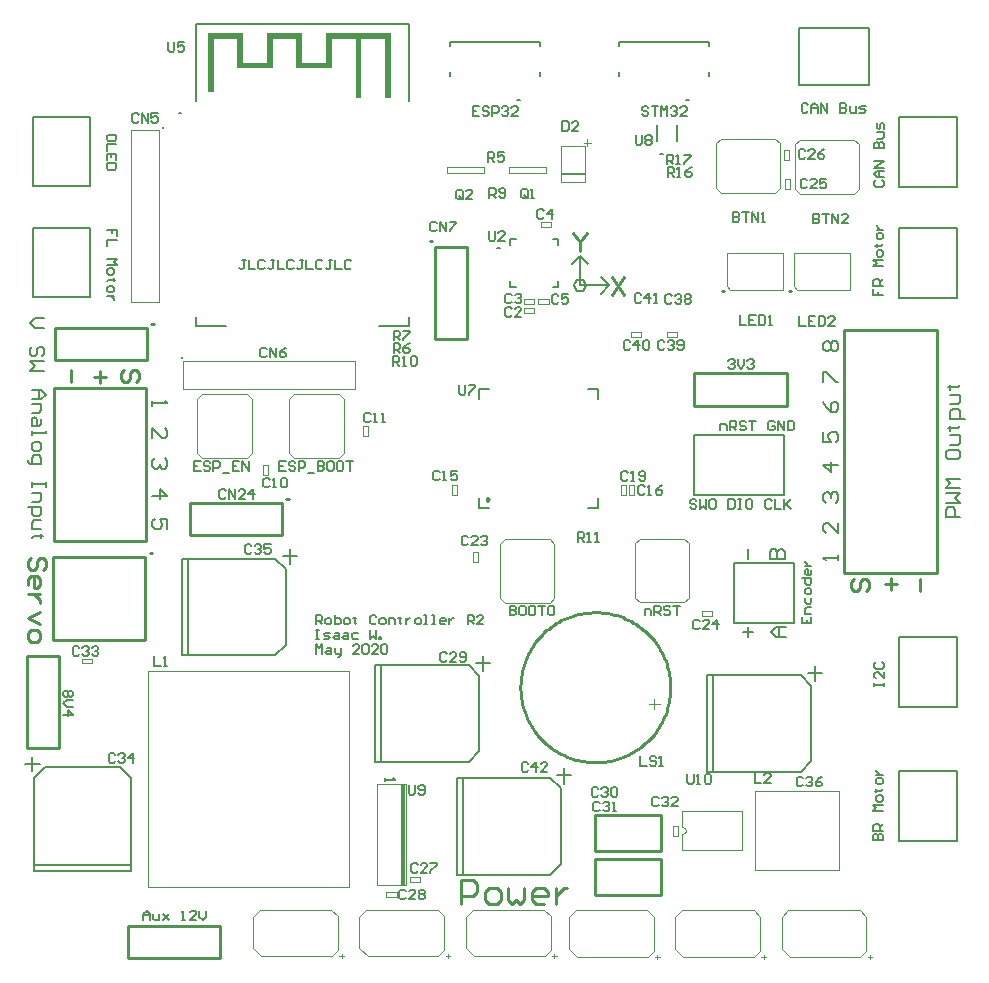
<source format=gto>
G04*
G04 #@! TF.GenerationSoftware,Altium Limited,Altium Designer,20.1.8 (145)*
G04*
G04 Layer_Color=65535*
%FSLAX25Y25*%
%MOIN*%
G70*
G04*
G04 #@! TF.SameCoordinates,80DC2721-EA0D-41AB-A6B1-568E3CCDEEEF*
G04*
G04*
G04 #@! TF.FilePolarity,Positive*
G04*
G01*
G75*
%ADD10C,0.01000*%
%ADD11C,0.01000*%
%ADD12C,0.00787*%
%ADD13C,0.00394*%
%ADD14C,0.00700*%
%ADD15C,0.00197*%
%ADD16C,0.00600*%
%ADD17C,0.00500*%
%ADD18C,0.00800*%
%ADD19C,0.00598*%
%ADD20R,0.01500X0.33661*%
G36*
X191732Y408283D02*
X179881D01*
Y410059D01*
X191732D01*
Y408283D01*
D02*
G37*
G36*
X181890Y398409D02*
Y398319D01*
X170046D01*
Y398435D01*
X169993D01*
Y408090D01*
X172047D01*
Y400216D01*
X179881D01*
Y408090D01*
X181890D01*
Y398409D01*
D02*
G37*
G36*
X172047Y408155D02*
X162205D01*
Y392456D01*
X160150D01*
Y410059D01*
X172047D01*
Y408155D01*
D02*
G37*
G36*
X221260Y408145D02*
Y390491D01*
X219373D01*
Y408145D01*
X211417D01*
Y390496D01*
X209504D01*
Y408145D01*
X201575D01*
Y404365D01*
Y398456D01*
Y398445D01*
X191732D01*
Y398440D01*
X189756D01*
Y398445D01*
X189756D01*
Y400216D01*
X189756D01*
Y408090D01*
X191732D01*
Y400216D01*
X199641D01*
Y404365D01*
X199638D01*
Y410059D01*
X221260D01*
Y408145D01*
D02*
G37*
G36*
X162205Y390474D02*
X160156D01*
Y392342D01*
X162205D01*
Y390474D01*
D02*
G37*
G36*
X221260Y388506D02*
X219366D01*
Y390374D01*
X221260D01*
Y388506D01*
D02*
G37*
G36*
X211417Y388473D02*
X209481D01*
Y390374D01*
X211417D01*
Y388473D01*
D02*
G37*
D10*
X253972Y254654D02*
X253222Y255086D01*
Y254221D01*
X253972Y254654D01*
X141732Y236811D02*
X140945D01*
X141732D01*
X314429Y192028D02*
X314409Y193028D01*
X314349Y194026D01*
X314249Y195022D01*
X314109Y196012D01*
X313930Y196997D01*
X313712Y197973D01*
X313455Y198940D01*
X313159Y199896D01*
X312825Y200839D01*
X312454Y201768D01*
X312046Y202681D01*
X311601Y203577D01*
X311121Y204455D01*
X310607Y205313D01*
X310058Y206150D01*
X309477Y206964D01*
X308863Y207754D01*
X308218Y208519D01*
X307543Y209258D01*
X306839Y209968D01*
X306108Y210651D01*
X305349Y211303D01*
X304565Y211925D01*
X303757Y212514D01*
X302926Y213071D01*
X302073Y213594D01*
X301200Y214083D01*
X300308Y214536D01*
X299399Y214953D01*
X298474Y215334D01*
X297534Y215677D01*
X296582Y215983D01*
X295617Y216250D01*
X294643Y216478D01*
X293661Y216667D01*
X292672Y216816D01*
X291677Y216926D01*
X290679Y216996D01*
X289679Y217026D01*
X288679Y217016D01*
X287680Y216966D01*
X286683Y216876D01*
X285691Y216747D01*
X284705Y216577D01*
X283727Y216369D01*
X282758Y216121D01*
X281799Y215835D01*
X280853Y215510D01*
X279920Y215148D01*
X279002Y214749D01*
X278102Y214314D01*
X277219Y213843D01*
X276356Y213337D01*
X275514Y212797D01*
X274694Y212224D01*
X273898Y211618D01*
X273127Y210981D01*
X272381Y210313D01*
X271663Y209617D01*
X270974Y208892D01*
X270314Y208140D01*
X269685Y207362D01*
X269087Y206560D01*
X268522Y205734D01*
X267990Y204887D01*
X267493Y204019D01*
X267030Y203132D01*
X266604Y202226D01*
X266214Y201305D01*
X265862Y200369D01*
X265547Y199419D01*
X265270Y198458D01*
X265032Y197486D01*
X264833Y196505D01*
X264674Y195518D01*
X264554Y194525D01*
X264474Y193527D01*
X264434Y192528D01*
X264434Y191527D01*
X264474Y190528D01*
X264554Y189530D01*
X264674Y188537D01*
X264833Y187549D01*
X265032Y186569D01*
X265270Y185597D01*
X265547Y184636D01*
X265862Y183686D01*
X266214Y182750D01*
X266604Y181829D01*
X267030Y180924D01*
X267493Y180036D01*
X267990Y179168D01*
X268522Y178321D01*
X269087Y177495D01*
X269685Y176693D01*
X270314Y175915D01*
X270974Y175163D01*
X271663Y174439D01*
X272381Y173742D01*
X273127Y173074D01*
X273898Y172437D01*
X274694Y171832D01*
X275514Y171258D01*
X276356Y170718D01*
X277219Y170212D01*
X278102Y169741D01*
X279002Y169306D01*
X279920Y168907D01*
X280853Y168545D01*
X281799Y168220D01*
X282758Y167934D01*
X283727Y167686D01*
X284705Y167478D01*
X285691Y167308D01*
X286683Y167179D01*
X287680Y167089D01*
X288679Y167039D01*
X289679Y167029D01*
X290679Y167059D01*
X291677Y167129D01*
X292672Y167239D01*
X293661Y167388D01*
X294643Y167577D01*
X295617Y167806D01*
X296582Y168073D01*
X297534Y168378D01*
X298474Y168721D01*
X299399Y169102D01*
X300308Y169519D01*
X301200Y169972D01*
X302073Y170461D01*
X302926Y170984D01*
X303757Y171541D01*
X304566Y172131D01*
X305349Y172752D01*
X306108Y173405D01*
X306840Y174087D01*
X307543Y174798D01*
X308218Y175536D01*
X308863Y176301D01*
X309477Y177091D01*
X310058Y177905D01*
X310607Y178742D01*
X311121Y179600D01*
X311601Y180478D01*
X312046Y181374D01*
X312454Y182288D01*
X312825Y183217D01*
X313159Y184160D01*
X313455Y185115D01*
X313712Y186082D01*
X313930Y187058D01*
X314109Y188043D01*
X314249Y189033D01*
X314349Y190029D01*
X314409Y191027D01*
X314429Y192028D01*
X187205Y254724D02*
X186417D01*
X187205D01*
X142224Y312992D02*
X141437D01*
X142224D01*
X332382Y324213D02*
X331594D01*
X332382D01*
X354724Y324114D02*
X353937D01*
X354724D01*
X235039Y340650D02*
X234252D01*
X235039D01*
X108661Y207776D02*
X139370D01*
X108661D02*
Y218602D01*
X139370Y207776D02*
Y218602D01*
X108661D02*
Y235630D01*
X139370Y218602D02*
Y235630D01*
X109449D02*
X139370D01*
X108661D02*
X109449D01*
X133465Y101772D02*
X164173D01*
X133465D02*
Y112598D01*
X164173Y101772D02*
Y112598D01*
X134252D02*
X164173D01*
X133465D02*
X134252D01*
X322441Y296654D02*
X353150D01*
Y285827D02*
Y296654D01*
X322441Y285827D02*
Y296654D01*
Y285827D02*
X352362D01*
X353150D01*
X154134Y242717D02*
X184843D01*
X154134D02*
Y253543D01*
X184843Y242717D02*
Y253543D01*
X154921D02*
X184843D01*
X154134D02*
X154921D01*
X109153Y300984D02*
X139862D01*
X109153D02*
Y311811D01*
X139862Y300984D02*
Y311811D01*
X109941D02*
X139862D01*
X109153D02*
X109941D01*
X110630Y171653D02*
Y202362D01*
X99803Y171653D02*
X110630D01*
X99803Y202362D02*
X110630D01*
X99803Y172441D02*
Y202362D01*
Y171653D02*
Y172441D01*
X289345Y122740D02*
Y129990D01*
Y122740D02*
X311345D01*
Y134740D01*
X289345D02*
X311345D01*
X289345Y129990D02*
Y134740D01*
Y137307D02*
Y144557D01*
Y137307D02*
X311345D01*
Y149307D01*
X289345D02*
X311345D01*
X289345Y144557D02*
Y149307D01*
X246654Y307972D02*
Y338681D01*
X235827Y307972D02*
X246654D01*
X235827Y338681D02*
X246654D01*
X235827Y308760D02*
Y338681D01*
Y307972D02*
Y308760D01*
X372441Y230079D02*
X402362D01*
X403150D01*
Y311083D01*
X372441D02*
X403150D01*
X372441Y230079D02*
Y311083D01*
X139665Y240768D02*
Y291850D01*
X108957Y240768D02*
X139665D01*
X108957D02*
Y291850D01*
X109744D01*
X139665D01*
X282004Y343318D02*
X284289Y340461D01*
Y337319D01*
X286574Y343318D02*
X284289Y340461D01*
X136313Y293938D02*
X137313Y294938D01*
Y296937D01*
X136313Y297937D01*
X135314D01*
X134314Y296937D01*
Y294938D01*
X133314Y293938D01*
X132315D01*
X131315Y294938D01*
Y296937D01*
X132315Y297937D01*
X124161Y297543D02*
Y293545D01*
X126160Y295544D02*
X122161D01*
X114484Y297740D02*
Y293741D01*
X105408Y231222D02*
X106407Y232221D01*
Y234221D01*
X105408Y235221D01*
X104408D01*
X103409Y234221D01*
Y232221D01*
X102409Y231222D01*
X101409D01*
X100409Y232221D01*
Y234221D01*
X101409Y235221D01*
X100409Y226223D02*
Y228223D01*
X101409Y229222D01*
X103409D01*
X104408Y228223D01*
Y226223D01*
X103409Y225224D01*
X102409D01*
Y229222D01*
X104408Y223224D02*
X100409D01*
X102409D01*
X103409Y222225D01*
X104408Y221225D01*
Y220225D01*
Y217226D02*
X100409Y215227D01*
X104408Y213228D01*
X100409Y210228D02*
Y208229D01*
X101409Y207229D01*
X103409D01*
X104408Y208229D01*
Y210228D01*
X103409Y211228D01*
X101409D01*
X100409Y210228D01*
X294898Y328947D02*
X298897Y322949D01*
Y328947D02*
X294898Y322949D01*
X244701Y119898D02*
Y127769D01*
X248637D01*
X249948Y126457D01*
Y123833D01*
X248637Y122521D01*
X244701D01*
X253884Y119898D02*
X256508D01*
X257820Y121210D01*
Y123833D01*
X256508Y125145D01*
X253884D01*
X252572Y123833D01*
Y121210D01*
X253884Y119898D01*
X260444Y125145D02*
Y121210D01*
X261756Y119898D01*
X263068Y121210D01*
X264380Y119898D01*
X265691Y121210D01*
Y125145D01*
X272251Y119898D02*
X269627D01*
X268315Y121210D01*
Y123833D01*
X269627Y125145D01*
X272251D01*
X273563Y123833D01*
Y122521D01*
X268315D01*
X276187Y125145D02*
Y119898D01*
Y122521D01*
X277499Y123833D01*
X278811Y125145D01*
X280122D01*
X375793Y227991D02*
X374793Y226991D01*
Y224992D01*
X375793Y223992D01*
X376793D01*
X377792Y224992D01*
Y226991D01*
X378792Y227991D01*
X379792D01*
X380791Y226991D01*
Y224992D01*
X379792Y223992D01*
X387946Y224386D02*
Y228384D01*
X385946Y226385D02*
X389945D01*
X397622Y224189D02*
Y228188D01*
D11*
X145294Y378455D02*
D03*
X151532Y301861D02*
D03*
D12*
X311811Y369685D02*
X311024D01*
X311811D01*
X257579Y338583D02*
X256791D01*
X257579D01*
X151319Y383584D02*
X150531D01*
X151319D01*
X264173Y387795D02*
X263386D01*
X264173D01*
X320472D02*
X319685D01*
X320472D01*
X102362Y132677D02*
X134646D01*
X101575Y164173D02*
Y168898D01*
X99213Y166535D02*
X104331D01*
X105905Y165354D02*
X131102D01*
X134646Y161811D01*
X102362Y130709D02*
X134646D01*
X102362D02*
Y161811D01*
X105905Y165354D01*
X134646Y130709D02*
Y161811D01*
X328740Y163779D02*
Y196063D01*
X360236Y196850D02*
X364961D01*
X362598Y194095D02*
Y199213D01*
X361417Y167323D02*
Y192520D01*
X357874Y163779D02*
X361417Y167323D01*
X326772Y163779D02*
Y196063D01*
X357874D01*
X361417Y192520D01*
X326772Y163779D02*
X357874D01*
X151673Y202658D02*
X182776D01*
Y234941D02*
X186319Y231398D01*
X151673Y234941D02*
X182776D01*
X151673Y202658D02*
Y234941D01*
X182776Y202658D02*
X186319Y206201D01*
Y231398D01*
X187500Y232972D02*
Y238090D01*
X185138Y235728D02*
X189862D01*
X153642Y202658D02*
Y234941D01*
X243209Y129626D02*
X274311D01*
Y161909D02*
X277854Y158366D01*
X243209Y161909D02*
X274311D01*
X243209Y129626D02*
Y161909D01*
X274311Y129626D02*
X277854Y133169D01*
Y158366D01*
X279035Y159941D02*
Y165059D01*
X276673Y162697D02*
X281398D01*
X245177Y129626D02*
Y161909D01*
X216043Y167126D02*
X247146D01*
Y199409D02*
X250689Y195866D01*
X216043Y199409D02*
X247146D01*
X216043Y167126D02*
Y199409D01*
X247146Y167126D02*
X250689Y170669D01*
Y195866D01*
X251870Y197441D02*
Y202559D01*
X249508Y200197D02*
X254232D01*
X218012Y167126D02*
Y199409D01*
X357431Y392712D02*
X380731D01*
Y411912D01*
X357431D02*
X380731D01*
X357431Y392712D02*
Y411912D01*
X352402Y256260D02*
Y276260D01*
X322402D02*
X352402D01*
X322402Y256260D02*
Y276260D01*
Y256260D02*
X352402D01*
X390744Y358853D02*
Y382153D01*
Y358853D02*
X409944D01*
Y382153D01*
X390744D02*
X409944D01*
X390743Y140795D02*
Y164095D01*
Y140795D02*
X409943D01*
Y164095D01*
X390743D02*
X409943D01*
X390744Y321898D02*
Y345198D01*
Y321898D02*
X409944D01*
Y345198D01*
X390744D02*
X409944D01*
X121067Y321998D02*
Y345298D01*
X101867D02*
X121067D01*
X101867Y321998D02*
Y345298D01*
Y321998D02*
X121067D01*
X335689Y213307D02*
Y233307D01*
Y213307D02*
X355689D01*
X335689Y233307D02*
X355689D01*
Y213307D02*
Y233307D01*
X121067Y358989D02*
Y382289D01*
X101867D02*
X121067D01*
X101867Y358989D02*
Y382289D01*
Y358989D02*
X121067D01*
X390744Y185624D02*
Y208924D01*
Y185624D02*
X409944D01*
Y208924D01*
X390744D02*
X409944D01*
X141732Y287618D02*
Y285939D01*
Y286778D01*
X146770D01*
X145930Y287618D01*
X141732Y275024D02*
Y278382D01*
X145091Y275024D01*
X145930D01*
X146770Y275863D01*
Y277543D01*
X145930Y278382D01*
Y268307D02*
X146770Y267467D01*
Y265788D01*
X145930Y264948D01*
X145091D01*
X144251Y265788D01*
Y266628D01*
Y265788D01*
X143412Y264948D01*
X142572D01*
X141732Y265788D01*
Y267467D01*
X142572Y268307D01*
X141732Y255712D02*
X146770D01*
X144251Y258231D01*
Y254873D01*
X146770Y244797D02*
Y248156D01*
X144251D01*
X145091Y246477D01*
Y245637D01*
X144251Y244797D01*
X142572D01*
X141732Y245637D01*
Y247316D01*
X142572Y248156D01*
X370374Y234311D02*
Y235990D01*
Y235151D01*
X365336D01*
X366176Y234311D01*
X370374Y246905D02*
Y243547D01*
X367016Y246905D01*
X366176D01*
X365336Y246066D01*
Y244387D01*
X366176Y243547D01*
Y253622D02*
X365336Y254462D01*
Y256141D01*
X366176Y256981D01*
X367016D01*
X367855Y256141D01*
Y255302D01*
Y256141D01*
X368695Y256981D01*
X369534D01*
X370374Y256141D01*
Y254462D01*
X369534Y253622D01*
X370374Y266217D02*
X365336D01*
X367855Y263698D01*
Y267056D01*
X365336Y277132D02*
Y273773D01*
X367855D01*
X367016Y275453D01*
Y276292D01*
X367855Y277132D01*
X369534D01*
X370374Y276292D01*
Y274613D01*
X369534Y273773D01*
X365336Y287207D02*
X366176Y285528D01*
X367855Y283849D01*
X369534D01*
X370374Y284688D01*
Y286368D01*
X369534Y287207D01*
X368695D01*
X367855Y286368D01*
Y283849D01*
X365336Y293924D02*
Y297283D01*
X366176D01*
X369534Y293924D01*
X370374D01*
X366176Y304000D02*
X365336Y304839D01*
Y306519D01*
X366176Y307358D01*
X367016D01*
X367855Y306519D01*
X368695Y307358D01*
X369534D01*
X370374Y306519D01*
Y304839D01*
X369534Y304000D01*
X368695D01*
X367855Y304839D01*
X367016Y304000D01*
X366176D01*
X367855Y304839D02*
Y306519D01*
D13*
X318406Y143041D02*
X319289Y143407D01*
X319655Y144291D01*
X319289Y145175D01*
X318406Y145541D01*
X302559Y240059D02*
X304134Y241634D01*
X319094D02*
X320669Y240059D01*
X304134Y241634D02*
X319094D01*
Y220374D02*
X320669Y221949D01*
Y240059D01*
X304134Y220374D02*
X319094D01*
X302559Y221949D02*
X304134Y220374D01*
X302559Y221949D02*
Y240059D01*
X260532Y363510D02*
Y365610D01*
X272832D01*
Y363510D02*
Y365610D01*
X260532Y363510D02*
X272832D01*
X286790Y372532D02*
Y374732D01*
X285690Y373632D02*
X287890D01*
X284258Y372632D02*
X285827D01*
Y360532D02*
Y372632D01*
X277953Y360532D02*
X285827D01*
X277953D02*
Y372632D01*
X284258D01*
X278090Y363032D02*
X285827D01*
X277990Y363332D02*
X285727D01*
X277990Y363632D02*
X285727D01*
X156693Y288189D02*
X158268Y289764D01*
X173228D02*
X174803Y288189D01*
X158268Y289764D02*
X173228D01*
Y268504D02*
X174803Y270079D01*
Y288189D01*
X158268Y268504D02*
X173228D01*
X156693Y270079D02*
X158268Y268504D01*
X156693Y270079D02*
Y288189D01*
X187402D02*
X188976Y289764D01*
X203937D02*
X205512Y288189D01*
X188976Y289764D02*
X203937D01*
Y268504D02*
X205512Y270079D01*
Y288189D01*
X188976Y268504D02*
X203937D01*
X187402Y270079D02*
X188976Y268504D01*
X187402Y270079D02*
Y288189D01*
X307429Y186428D02*
X310829D01*
X309129Y184728D02*
Y186428D01*
Y184728D02*
Y188128D01*
X275787Y221752D02*
Y239862D01*
X274213Y241437D02*
X275787Y239862D01*
X259252Y241437D02*
X274213D01*
X257677Y221752D02*
Y239862D01*
X259252Y241437D01*
Y220177D02*
X274213D01*
X257677Y221752D02*
X259252Y220177D01*
X274213D02*
X275787Y221752D01*
X143970Y320455D02*
Y377755D01*
X134770Y320455D02*
X143970D01*
X134770D02*
Y377755D01*
X143970D01*
X333169Y336811D02*
X352067D01*
Y324606D02*
Y336811D01*
X333169Y325787D02*
Y336811D01*
Y325787D02*
X334350Y324606D01*
X352067D01*
X355512Y336713D02*
X374409D01*
Y324508D02*
Y336713D01*
X355512Y325689D02*
Y336713D01*
Y325689D02*
X356693Y324508D01*
X374409D01*
X224572Y126039D02*
Y126043D01*
Y126039D02*
Y159605D01*
X224672Y159705D01*
X216572Y126043D02*
Y159705D01*
Y126043D02*
X226172D01*
Y159705D01*
X216572D02*
X226172D01*
X357579Y356496D02*
X375689D01*
X377264Y358071D01*
Y373031D01*
X357579Y374606D02*
X375689D01*
X377264Y373031D01*
X356004Y358071D02*
Y373031D01*
X357579Y374606D01*
X356004Y358071D02*
X357579Y356496D01*
X331201Y356791D02*
X349311D01*
X350886Y358366D01*
Y373327D01*
X331201Y374902D02*
X349311D01*
X350886Y373327D01*
X329626Y358366D02*
Y373327D01*
X331201Y374902D01*
X329626Y358366D02*
X331201Y356791D01*
X318406Y137661D02*
Y143041D01*
Y145541D02*
Y150961D01*
X338405D01*
Y137661D02*
Y150961D01*
X318406Y137661D02*
X338405D01*
X239863Y363510D02*
X252163D01*
Y365610D01*
X239863D02*
X252163D01*
X239863Y363510D02*
Y365610D01*
X140228Y125417D02*
X207228D01*
X140228D02*
Y197417D01*
X207228D01*
Y163732D02*
Y197417D01*
Y125417D02*
Y163732D01*
X152009Y300761D02*
X209309D01*
Y291561D02*
Y300761D01*
X152009Y291561D02*
X209309D01*
X152009D02*
Y300761D01*
X342593Y146974D02*
Y157488D01*
X370793D01*
Y130988D02*
Y157488D01*
X342593Y130988D02*
X370793D01*
X342593D02*
Y146974D01*
X306902Y102236D02*
X308902Y104236D01*
X306702Y117736D02*
X308902Y115536D01*
Y104236D02*
Y115536D01*
X282902Y117736D02*
X306702D01*
X280602Y115436D02*
X282902Y117736D01*
X280602Y111842D02*
Y115436D01*
X283302Y102236D02*
X306902D01*
X280602Y104936D02*
X283302Y102236D01*
X280602Y104936D02*
Y111842D01*
X309302Y102236D02*
X310902D01*
X310102Y101536D02*
Y102936D01*
X201650Y102436D02*
X203650Y104436D01*
X201450Y117936D02*
X203650Y115736D01*
Y104436D02*
Y115736D01*
X177650Y117936D02*
X201450D01*
X175350Y115636D02*
X177650Y117936D01*
X175350Y112042D02*
Y115636D01*
X178050Y102436D02*
X201650D01*
X175350Y105136D02*
X178050Y102436D01*
X175350Y105136D02*
Y112042D01*
X204050Y102436D02*
X205650D01*
X204850Y101736D02*
Y103136D01*
X377768Y102236D02*
X379768Y104236D01*
X377568Y117736D02*
X379768Y115536D01*
Y104236D02*
Y115536D01*
X353768Y117736D02*
X377568D01*
X351468Y115436D02*
X353768Y117736D01*
X351468Y111842D02*
Y115436D01*
X354168Y102236D02*
X377768D01*
X351468Y104936D02*
X354168Y102236D01*
X351468Y104936D02*
Y111842D01*
X380168Y102236D02*
X381768D01*
X380968Y101536D02*
Y102936D01*
X237084Y102436D02*
X239084Y104436D01*
X236883Y117936D02*
X239084Y115736D01*
Y104436D02*
Y115736D01*
X213084Y117936D02*
X236883D01*
X210784Y115636D02*
X213084Y117936D01*
X210784Y112042D02*
Y115636D01*
X213484Y102436D02*
X237084D01*
X210784Y105136D02*
X213484Y102436D01*
X210784Y105136D02*
Y112042D01*
X239483Y102436D02*
X241084D01*
X240283Y101736D02*
Y103136D01*
X342335Y102236D02*
X344335Y104236D01*
X342135Y117736D02*
X344335Y115536D01*
Y104236D02*
Y115536D01*
X318335Y117736D02*
X342135D01*
X316035Y115436D02*
X318335Y117736D01*
X316035Y111842D02*
Y115436D01*
X318735Y102236D02*
X342335D01*
X316035Y104936D02*
X318735Y102236D01*
X316035Y104936D02*
Y111842D01*
X344735Y102236D02*
X346335D01*
X345535Y101536D02*
Y102936D01*
X272516Y102436D02*
X274517Y104436D01*
X272317Y117936D02*
X274517Y115736D01*
Y104436D02*
Y115736D01*
X248517Y117936D02*
X272317D01*
X246217Y115636D02*
X248517Y117936D01*
X246217Y112042D02*
Y115636D01*
X248917Y102436D02*
X272516D01*
X246217Y105136D02*
X248917Y102436D01*
X246217Y105136D02*
Y112042D01*
X274917Y102436D02*
X276517D01*
X275716Y101736D02*
Y103136D01*
D14*
X286221Y325984D02*
X285957Y326969D01*
X285236Y327689D01*
X284252Y327953D01*
X283268Y327689D01*
X282547Y326969D01*
X282283Y325984D01*
X282547Y325000D01*
X283268Y324279D01*
X284252Y324016D01*
X285236Y324279D01*
X285957Y325000D01*
X286221Y325984D01*
X284252D02*
Y335827D01*
X291311Y323200D02*
X294094Y325984D01*
X291311Y328768D02*
X294094Y325984D01*
X284252D02*
X294094D01*
X281468Y333043D02*
X284252Y335827D01*
X287036Y333043D01*
D15*
X301351Y308747D02*
X304751D01*
X301351D02*
Y310347D01*
X304751D01*
Y308747D02*
Y310347D01*
X313162Y308747D02*
X316562D01*
X313162D02*
Y310347D01*
X316562D01*
Y308747D02*
Y310347D01*
X271233Y345558D02*
X274633D01*
X271233D02*
Y347158D01*
X274633D01*
Y345558D02*
Y347158D01*
X270446Y319968D02*
X273846D01*
X270446D02*
Y321568D01*
X273846D01*
Y319968D02*
Y321568D01*
X265623Y316916D02*
X269023D01*
X265623D02*
Y318516D01*
X269023D01*
Y316916D02*
Y318516D01*
X265623Y319869D02*
X269023D01*
X265623D02*
Y321469D01*
X269023D01*
Y319869D02*
Y321469D01*
X324875Y217532D02*
X328275D01*
Y215932D02*
Y217532D01*
X324875Y215932D02*
X328275D01*
X324875D02*
Y217532D01*
X248708Y233832D02*
Y237231D01*
X250308D01*
Y233832D02*
Y237231D01*
X248708Y233832D02*
X250308D01*
X352645Y358044D02*
Y361444D01*
X354245D01*
Y358044D02*
Y361444D01*
X352645Y358044D02*
X354245D01*
X353851Y367690D02*
Y371090D01*
X352251Y367690D02*
X353851D01*
X352251D02*
Y371090D01*
X353851D01*
X178629Y262670D02*
Y266070D01*
X180229D01*
Y262670D02*
Y266070D01*
X178629Y262670D02*
X180229D01*
X211995Y275859D02*
Y279259D01*
X213595D01*
Y275859D02*
Y279259D01*
X211995Y275859D02*
X213595D01*
X243221Y256174D02*
Y259574D01*
X241621Y256174D02*
X243221D01*
X241621D02*
Y259574D01*
X243221D01*
X302375Y256174D02*
Y259574D01*
X300775Y256174D02*
X302375D01*
X300775D02*
Y259574D01*
X302375D01*
X299520Y256174D02*
Y259574D01*
X297920Y256174D02*
X299520D01*
X297920D02*
Y259574D01*
X299520D01*
X315342Y145794D02*
X316942D01*
X315342Y142394D02*
Y145794D01*
Y142394D02*
X316942D01*
Y145794D01*
X231031Y127153D02*
Y128753D01*
X227631D02*
X231031D01*
X227631Y127153D02*
Y128753D01*
Y127153D02*
X231031D01*
X223157Y122231D02*
Y123831D01*
X219757D02*
X223157D01*
X219757Y122231D02*
Y123831D01*
Y122231D02*
X223157D01*
X118182Y199987D02*
Y201587D01*
Y199987D02*
X121582D01*
Y201587D01*
X118182D02*
X121582D01*
D16*
X250772Y251954D02*
Y255053D01*
Y291354D02*
X253872D01*
X290172Y288253D02*
Y291354D01*
Y251954D02*
Y255053D01*
X287072Y291354D02*
X290172D01*
X250772Y288253D02*
Y291354D01*
Y251954D02*
X253872D01*
X287072D02*
X290172D01*
X172811Y334508D02*
X171745D01*
X172278D01*
Y331842D01*
X171745Y331309D01*
X171212D01*
X170679Y331842D01*
X173878Y334508D02*
Y331309D01*
X176010D01*
X179209Y333975D02*
X178676Y334508D01*
X177610D01*
X177077Y333975D01*
Y331842D01*
X177610Y331309D01*
X178676D01*
X179209Y331842D01*
X182408Y334508D02*
X181342D01*
X181875D01*
Y331842D01*
X181342Y331309D01*
X180809D01*
X180276Y331842D01*
X183475Y334508D02*
Y331309D01*
X185607D01*
X188806Y333975D02*
X188273Y334508D01*
X187207D01*
X186674Y333975D01*
Y331842D01*
X187207Y331309D01*
X188273D01*
X188806Y331842D01*
X192005Y334508D02*
X190939D01*
X191472D01*
Y331842D01*
X190939Y331309D01*
X190406D01*
X189873Y331842D01*
X193072Y334508D02*
Y331309D01*
X195204D01*
X198403Y333975D02*
X197870Y334508D01*
X196804D01*
X196271Y333975D01*
Y331842D01*
X196804Y331309D01*
X197870D01*
X198403Y331842D01*
X201602Y334508D02*
X200536D01*
X201069D01*
Y331842D01*
X200536Y331309D01*
X200003D01*
X199469Y331842D01*
X202668Y334508D02*
Y331309D01*
X204801D01*
X208000Y333975D02*
X207467Y334508D01*
X206401D01*
X205867Y333975D01*
Y331842D01*
X206401Y331309D01*
X207467D01*
X208000Y331842D01*
X333671Y300904D02*
X334204Y301437D01*
X335270D01*
X335804Y300904D01*
Y300370D01*
X335270Y299837D01*
X334737D01*
X335270D01*
X335804Y299304D01*
Y298771D01*
X335270Y298238D01*
X334204D01*
X333671Y298771D01*
X336870Y301437D02*
Y299304D01*
X337936Y298238D01*
X339002Y299304D01*
Y301437D01*
X340069Y300904D02*
X340602Y301437D01*
X341668D01*
X342201Y300904D01*
Y300370D01*
X341668Y299837D01*
X341135D01*
X341668D01*
X342201Y299304D01*
Y298771D01*
X341668Y298238D01*
X340602D01*
X340069Y298771D01*
X138789Y114380D02*
Y116512D01*
X139855Y117578D01*
X140922Y116512D01*
Y114380D01*
Y115979D01*
X138789D01*
X141988Y116512D02*
Y114913D01*
X142521Y114380D01*
X144121D01*
Y116512D01*
X145187D02*
X147320Y114380D01*
X146253Y115446D01*
X147320Y116512D01*
X145187Y114380D01*
X151585D02*
X152651D01*
X152118D01*
Y117578D01*
X151585Y117045D01*
X156383Y114380D02*
X154251D01*
X156383Y116512D01*
Y117045D01*
X155850Y117578D01*
X154784D01*
X154251Y117045D01*
X157450Y117578D02*
Y115446D01*
X158516Y114380D01*
X159582Y115446D01*
Y117578D01*
X260836Y219252D02*
Y216053D01*
X262436D01*
X262969Y216586D01*
Y217119D01*
X262436Y217652D01*
X260836D01*
X262436D01*
X262969Y218185D01*
Y218719D01*
X262436Y219252D01*
X260836D01*
X265635D02*
X264568D01*
X264035Y218719D01*
Y216586D01*
X264568Y216053D01*
X265635D01*
X266168Y216586D01*
Y218719D01*
X265635Y219252D01*
X268834D02*
X267767D01*
X267234Y218719D01*
Y216586D01*
X267767Y216053D01*
X268834D01*
X269367Y216586D01*
Y218719D01*
X268834Y219252D01*
X270433D02*
X272566D01*
X271499D01*
Y216053D01*
X273632Y218719D02*
X274165Y219252D01*
X275232D01*
X275765Y218719D01*
Y216586D01*
X275232Y216053D01*
X274165D01*
X273632Y216586D01*
Y218719D01*
X305817Y216053D02*
Y218185D01*
X307416D01*
X307949Y217652D01*
Y216053D01*
X309015D02*
Y219252D01*
X310615D01*
X311148Y218719D01*
Y217652D01*
X310615Y217119D01*
X309015D01*
X310082D02*
X311148Y216053D01*
X314347Y218719D02*
X313814Y219252D01*
X312748D01*
X312214Y218719D01*
Y218185D01*
X312748Y217652D01*
X313814D01*
X314347Y217119D01*
Y216586D01*
X313814Y216053D01*
X312748D01*
X312214Y216586D01*
X315413Y219252D02*
X317546D01*
X316480D01*
Y216053D01*
X361919Y349862D02*
Y346663D01*
X363518D01*
X364052Y347196D01*
Y347729D01*
X363518Y348263D01*
X361919D01*
X363518D01*
X364052Y348796D01*
Y349329D01*
X363518Y349862D01*
X361919D01*
X365118D02*
X367250D01*
X366184D01*
Y346663D01*
X368317D02*
Y349862D01*
X370449Y346663D01*
Y349862D01*
X373649Y346663D02*
X371516D01*
X373649Y348796D01*
Y349329D01*
X373115Y349862D01*
X372049D01*
X371516Y349329D01*
X335246Y350354D02*
Y347155D01*
X336845D01*
X337378Y347688D01*
Y348221D01*
X336845Y348755D01*
X335246D01*
X336845D01*
X337378Y349288D01*
Y349821D01*
X336845Y350354D01*
X335246D01*
X338445D02*
X340577D01*
X339511D01*
Y347155D01*
X341644D02*
Y350354D01*
X343776Y347155D01*
Y350354D01*
X344843Y347155D02*
X345909D01*
X345376D01*
Y350354D01*
X344843Y349821D01*
X358209Y215528D02*
Y213395D01*
X361408D01*
Y215528D01*
X359808Y213395D02*
Y214462D01*
X361408Y216594D02*
X359275D01*
Y218194D01*
X359808Y218727D01*
X361408D01*
X359275Y221926D02*
Y220326D01*
X359808Y219793D01*
X360875D01*
X361408Y220326D01*
Y221926D01*
Y223525D02*
Y224592D01*
X360875Y225125D01*
X359808D01*
X359275Y224592D01*
Y223525D01*
X359808Y222992D01*
X360875D01*
X361408Y223525D01*
X358209Y228324D02*
X361408D01*
Y226724D01*
X360875Y226191D01*
X359808D01*
X359275Y226724D01*
Y228324D01*
X361408Y230990D02*
Y229923D01*
X360875Y229390D01*
X359808D01*
X359275Y229923D01*
Y230990D01*
X359808Y231523D01*
X360342D01*
Y229390D01*
X359275Y232589D02*
X361408D01*
X360342D01*
X359808Y233122D01*
X359275Y233655D01*
Y234189D01*
X114781Y190935D02*
X115315Y190402D01*
Y189336D01*
X114781Y188803D01*
X114248D01*
X113715Y189336D01*
X113182Y188803D01*
X112649D01*
X112116Y189336D01*
Y190402D01*
X112649Y190935D01*
X113182D01*
X113715Y190402D01*
X114248Y190935D01*
X114781D01*
X113715Y190402D02*
Y189336D01*
X115315Y187736D02*
X113182D01*
X112116Y186670D01*
X113182Y185604D01*
X115315D01*
X112116Y182938D02*
X115315D01*
X113715Y184537D01*
Y182405D01*
X382028Y141053D02*
X385227D01*
Y142652D01*
X384694Y143185D01*
X384160D01*
X383627Y142652D01*
Y141053D01*
Y142652D01*
X383094Y143185D01*
X382561D01*
X382028Y142652D01*
Y141053D01*
X385227Y144252D02*
X382028D01*
Y145851D01*
X382561Y146384D01*
X383627D01*
X384160Y145851D01*
Y144252D01*
Y145318D02*
X385227Y146384D01*
Y150650D02*
X382028D01*
X383094Y151716D01*
X382028Y152782D01*
X385227D01*
Y154382D02*
Y155448D01*
X384694Y155981D01*
X383627D01*
X383094Y155448D01*
Y154382D01*
X383627Y153849D01*
X384694D01*
X385227Y154382D01*
X382561Y157581D02*
X383094D01*
Y157048D01*
Y158114D01*
Y157581D01*
X384694D01*
X385227Y158114D01*
Y160247D02*
Y161313D01*
X384694Y161846D01*
X383627D01*
X383094Y161313D01*
Y160247D01*
X383627Y159713D01*
X384694D01*
X385227Y160247D01*
X383094Y162912D02*
X385227D01*
X384160D01*
X383627Y163446D01*
X383094Y163979D01*
Y164512D01*
X382126Y324878D02*
Y322746D01*
X383726D01*
Y323812D01*
Y322746D01*
X385325D01*
Y325945D02*
X382126D01*
Y327544D01*
X382659Y328077D01*
X383726D01*
X384259Y327544D01*
Y325945D01*
Y327011D02*
X385325Y328077D01*
Y332343D02*
X382126D01*
X383193Y333409D01*
X382126Y334475D01*
X385325D01*
Y336075D02*
Y337141D01*
X384792Y337674D01*
X383726D01*
X383193Y337141D01*
Y336075D01*
X383726Y335542D01*
X384792D01*
X385325Y336075D01*
X382659Y339274D02*
X383193D01*
Y338740D01*
Y339807D01*
Y339274D01*
X384792D01*
X385325Y339807D01*
Y341939D02*
Y343006D01*
X384792Y343539D01*
X383726D01*
X383193Y343006D01*
Y341939D01*
X383726Y341406D01*
X384792D01*
X385325Y341939D01*
X383193Y344605D02*
X385325D01*
X384259D01*
X383726Y345139D01*
X383193Y345672D01*
Y346205D01*
X129980Y342346D02*
Y344479D01*
X128381D01*
Y343412D01*
Y344479D01*
X126781D01*
X129980Y341280D02*
X126781D01*
Y339147D01*
Y334882D02*
X129980D01*
X128914Y333816D01*
X129980Y332749D01*
X126781D01*
Y331150D02*
Y330083D01*
X127314Y329550D01*
X128381D01*
X128914Y330083D01*
Y331150D01*
X128381Y331683D01*
X127314D01*
X126781Y331150D01*
X129447Y327951D02*
X128914D01*
Y328484D01*
Y327418D01*
Y327951D01*
X127314D01*
X126781Y327418D01*
Y325285D02*
Y324219D01*
X127314Y323685D01*
X128381D01*
X128914Y324219D01*
Y325285D01*
X128381Y325818D01*
X127314D01*
X126781Y325285D01*
X128914Y322619D02*
X126781D01*
X127847D01*
X128381Y322086D01*
X128914Y321553D01*
Y321020D01*
X129685Y374671D02*
Y375737D01*
X129152Y376270D01*
X127019D01*
X126486Y375737D01*
Y374671D01*
X127019Y374137D01*
X129152D01*
X129685Y374671D01*
Y373071D02*
X126486D01*
Y370938D01*
X129685Y367740D02*
Y369872D01*
X126486D01*
Y367740D01*
X128085Y369872D02*
Y368806D01*
X129685Y366673D02*
X126486D01*
Y365074D01*
X127019Y364541D01*
X129152D01*
X129685Y365074D01*
Y366673D01*
X382421Y192332D02*
Y193399D01*
Y192865D01*
X385620D01*
Y192332D01*
Y193399D01*
Y197131D02*
Y194998D01*
X383488Y197131D01*
X382955D01*
X382421Y196598D01*
Y195531D01*
X382955Y194998D01*
Y200330D02*
X382421Y199796D01*
Y198730D01*
X382955Y198197D01*
X385087D01*
X385620Y198730D01*
Y199796D01*
X385087Y200330D01*
X382856Y361000D02*
X382323Y360467D01*
Y359401D01*
X382856Y358868D01*
X384989D01*
X385522Y359401D01*
Y360467D01*
X384989Y361000D01*
X385522Y362067D02*
X383389D01*
X382323Y363133D01*
X383389Y364199D01*
X385522D01*
X383923D01*
Y362067D01*
X385522Y365266D02*
X382323D01*
X385522Y367398D01*
X382323D01*
Y371664D02*
X385522D01*
Y373263D01*
X384989Y373796D01*
X384456D01*
X383923Y373263D01*
Y371664D01*
Y373263D01*
X383389Y373796D01*
X382856D01*
X382323Y373263D01*
Y371664D01*
X383389Y374863D02*
X384989D01*
X385522Y375396D01*
Y376995D01*
X383389D01*
X385522Y378062D02*
Y379661D01*
X384989Y380194D01*
X384456Y379661D01*
Y378595D01*
X383923Y378062D01*
X383389Y378595D01*
Y380194D01*
X360311Y386238D02*
X359778Y386771D01*
X358712D01*
X358179Y386238D01*
Y384106D01*
X358712Y383572D01*
X359778D01*
X360311Y384106D01*
X361378Y383572D02*
Y385705D01*
X362444Y386771D01*
X363510Y385705D01*
Y383572D01*
Y385172D01*
X361378D01*
X364577Y383572D02*
Y386771D01*
X366709Y383572D01*
Y386771D01*
X370975D02*
Y383572D01*
X372574D01*
X373107Y384106D01*
Y384639D01*
X372574Y385172D01*
X370975D01*
X372574D01*
X373107Y385705D01*
Y386238D01*
X372574Y386771D01*
X370975D01*
X374174Y385705D02*
Y384106D01*
X374707Y383572D01*
X376306D01*
Y385705D01*
X377373Y383572D02*
X378972D01*
X379505Y384106D01*
X378972Y384639D01*
X377906D01*
X377373Y385172D01*
X377906Y385705D01*
X379505D01*
X186197Y267324D02*
X184065D01*
Y264125D01*
X186197D01*
X184065Y265725D02*
X185131D01*
X189396Y266791D02*
X188863Y267324D01*
X187797D01*
X187264Y266791D01*
Y266258D01*
X187797Y265725D01*
X188863D01*
X189396Y265192D01*
Y264658D01*
X188863Y264125D01*
X187797D01*
X187264Y264658D01*
X190463Y264125D02*
Y267324D01*
X192062D01*
X192595Y266791D01*
Y265725D01*
X192062Y265192D01*
X190463D01*
X193661Y263592D02*
X195794D01*
X196860Y267324D02*
Y264125D01*
X198460D01*
X198993Y264658D01*
Y265192D01*
X198460Y265725D01*
X196860D01*
X198460D01*
X198993Y266258D01*
Y266791D01*
X198460Y267324D01*
X196860D01*
X201659D02*
X200593D01*
X200059Y266791D01*
Y264658D01*
X200593Y264125D01*
X201659D01*
X202192Y264658D01*
Y266791D01*
X201659Y267324D01*
X204858D02*
X203792D01*
X203258Y266791D01*
Y264658D01*
X203792Y264125D01*
X204858D01*
X205391Y264658D01*
Y266791D01*
X204858Y267324D01*
X206457D02*
X208590D01*
X207524D01*
Y264125D01*
X157851Y267324D02*
X155718D01*
Y264125D01*
X157851D01*
X155718Y265725D02*
X156784D01*
X161050Y266791D02*
X160517Y267324D01*
X159450D01*
X158917Y266791D01*
Y266258D01*
X159450Y265725D01*
X160517D01*
X161050Y265192D01*
Y264658D01*
X160517Y264125D01*
X159450D01*
X158917Y264658D01*
X162116Y264125D02*
Y267324D01*
X163716D01*
X164249Y266791D01*
Y265725D01*
X163716Y265192D01*
X162116D01*
X165315Y263592D02*
X167448D01*
X170647Y267324D02*
X168514D01*
Y264125D01*
X170647D01*
X168514Y265725D02*
X169580D01*
X171713Y264125D02*
Y267324D01*
X173846Y264125D01*
Y267324D01*
X323107Y254152D02*
X322573Y254685D01*
X321507D01*
X320974Y254152D01*
Y253619D01*
X321507Y253085D01*
X322573D01*
X323107Y252552D01*
Y252019D01*
X322573Y251486D01*
X321507D01*
X320974Y252019D01*
X324173Y254685D02*
Y251486D01*
X325239Y252552D01*
X326306Y251486D01*
Y254685D01*
X328971D02*
X327905D01*
X327372Y254152D01*
Y252019D01*
X327905Y251486D01*
X328971D01*
X329505Y252019D01*
Y254152D01*
X328971Y254685D01*
X333770D02*
Y251486D01*
X335369D01*
X335903Y252019D01*
Y254152D01*
X335369Y254685D01*
X333770D01*
X336969D02*
X338035D01*
X337502D01*
Y251486D01*
X336969D01*
X338035D01*
X341234Y254685D02*
X340168D01*
X339635Y254152D01*
Y252019D01*
X340168Y251486D01*
X341234D01*
X341767Y252019D01*
Y254152D01*
X341234Y254685D01*
X348165Y254152D02*
X347632Y254685D01*
X346566D01*
X346033Y254152D01*
Y252019D01*
X346566Y251486D01*
X347632D01*
X348165Y252019D01*
X349232Y254685D02*
Y251486D01*
X351364D01*
X352431Y254685D02*
Y251486D01*
Y252552D01*
X354563Y254685D01*
X352964Y253085D01*
X354563Y251486D01*
X331112Y277667D02*
Y279800D01*
X332711D01*
X333244Y279266D01*
Y277667D01*
X334311D02*
Y280866D01*
X335910D01*
X336443Y280333D01*
Y279266D01*
X335910Y278733D01*
X334311D01*
X335377D02*
X336443Y277667D01*
X339642Y280333D02*
X339109Y280866D01*
X338043D01*
X337510Y280333D01*
Y279800D01*
X338043Y279266D01*
X339109D01*
X339642Y278733D01*
Y278200D01*
X339109Y277667D01*
X338043D01*
X337510Y278200D01*
X340709Y280866D02*
X342841D01*
X341775D01*
Y277667D01*
X349239Y280333D02*
X348706Y280866D01*
X347640D01*
X347107Y280333D01*
Y278200D01*
X347640Y277667D01*
X348706D01*
X349239Y278200D01*
Y279266D01*
X348173D01*
X350306Y277667D02*
Y280866D01*
X352438Y277667D01*
Y280866D01*
X353505D02*
Y277667D01*
X355104D01*
X355637Y278200D01*
Y280333D01*
X355104Y280866D01*
X353505D01*
X307063Y385156D02*
X306530Y385689D01*
X305464D01*
X304931Y385156D01*
Y384622D01*
X305464Y384089D01*
X306530D01*
X307063Y383556D01*
Y383023D01*
X306530Y382490D01*
X305464D01*
X304931Y383023D01*
X308130Y385689D02*
X310262D01*
X309196D01*
Y382490D01*
X311329D02*
Y385689D01*
X312395Y384622D01*
X313461Y385689D01*
Y382490D01*
X314528Y385156D02*
X315061Y385689D01*
X316127D01*
X316660Y385156D01*
Y384622D01*
X316127Y384089D01*
X315594D01*
X316127D01*
X316660Y383556D01*
Y383023D01*
X316127Y382490D01*
X315061D01*
X314528Y383023D01*
X319859Y382490D02*
X317727D01*
X319859Y384622D01*
Y385156D01*
X319326Y385689D01*
X318260D01*
X317727Y385156D01*
X250764Y385689D02*
X248632D01*
Y382490D01*
X250764D01*
X248632Y384089D02*
X249698D01*
X253963Y385156D02*
X253430Y385689D01*
X252364D01*
X251831Y385156D01*
Y384622D01*
X252364Y384089D01*
X253430D01*
X253963Y383556D01*
Y383023D01*
X253430Y382490D01*
X252364D01*
X251831Y383023D01*
X255029Y382490D02*
Y385689D01*
X256629D01*
X257162Y385156D01*
Y384089D01*
X256629Y383556D01*
X255029D01*
X258228Y385156D02*
X258762Y385689D01*
X259828D01*
X260361Y385156D01*
Y384622D01*
X259828Y384089D01*
X259295D01*
X259828D01*
X260361Y383556D01*
Y383023D01*
X259828Y382490D01*
X258762D01*
X258228Y383023D01*
X263560Y382490D02*
X261427D01*
X263560Y384622D01*
Y385156D01*
X263027Y385689D01*
X261961D01*
X261427Y385156D01*
X117356Y205200D02*
X116822Y205733D01*
X115756D01*
X115223Y205200D01*
Y203067D01*
X115756Y202534D01*
X116822D01*
X117356Y203067D01*
X118422Y205200D02*
X118955Y205733D01*
X120021D01*
X120554Y205200D01*
Y204667D01*
X120021Y204134D01*
X119488D01*
X120021D01*
X120554Y203601D01*
Y203067D01*
X120021Y202534D01*
X118955D01*
X118422Y203067D01*
X121621Y205200D02*
X122154Y205733D01*
X123220D01*
X123753Y205200D01*
Y204667D01*
X123220Y204134D01*
X122687D01*
X123220D01*
X123753Y203601D01*
Y203067D01*
X123220Y202534D01*
X122154D01*
X121621Y203067D01*
X320017Y163017D02*
Y160351D01*
X320550Y159818D01*
X321617D01*
X322150Y160351D01*
Y163017D01*
X323216Y159818D02*
X324282D01*
X323749D01*
Y163017D01*
X323216Y162484D01*
X325882D02*
X326415Y163017D01*
X327481D01*
X328014Y162484D01*
Y160351D01*
X327481Y159818D01*
X326415D01*
X325882Y160351D01*
Y162484D01*
X227157Y159474D02*
Y156808D01*
X227690Y156274D01*
X228756D01*
X229290Y156808D01*
Y159474D01*
X230356Y156808D02*
X230889Y156274D01*
X231956D01*
X232489Y156808D01*
Y158940D01*
X231956Y159474D01*
X230889D01*
X230356Y158940D01*
Y158407D01*
X230889Y157874D01*
X232489D01*
X302846Y376009D02*
Y373343D01*
X303379Y372810D01*
X304446D01*
X304979Y373343D01*
Y376009D01*
X306045Y375476D02*
X306578Y376009D01*
X307645D01*
X308178Y375476D01*
Y374943D01*
X307645Y374410D01*
X308178Y373876D01*
Y373343D01*
X307645Y372810D01*
X306578D01*
X306045Y373343D01*
Y373876D01*
X306578Y374410D01*
X306045Y374943D01*
Y375476D01*
X306578Y374410D02*
X307645D01*
X243988Y292741D02*
Y290075D01*
X244521Y289542D01*
X245587D01*
X246120Y290075D01*
Y292741D01*
X247187D02*
X249319D01*
Y292208D01*
X247187Y290075D01*
Y289542D01*
X146941Y407111D02*
Y404446D01*
X147474Y403912D01*
X148540D01*
X149073Y404446D01*
Y407111D01*
X152272D02*
X150139D01*
Y405512D01*
X151206Y406045D01*
X151739D01*
X152272Y405512D01*
Y404446D01*
X151739Y403912D01*
X150673D01*
X150139Y404446D01*
X253929Y344119D02*
Y341453D01*
X254462Y340920D01*
X255528D01*
X256061Y341453D01*
Y344119D01*
X259260Y340920D02*
X257128D01*
X259260Y343053D01*
Y343586D01*
X258727Y344119D01*
X257661D01*
X257128Y343586D01*
X313226Y366412D02*
Y369611D01*
X314825D01*
X315358Y369078D01*
Y368012D01*
X314825Y367479D01*
X313226D01*
X314292D02*
X315358Y366412D01*
X316425D02*
X317491D01*
X316958D01*
Y369611D01*
X316425Y369078D01*
X319091Y369611D02*
X321223D01*
Y369078D01*
X319091Y366946D01*
Y366412D01*
X313521Y362279D02*
Y365477D01*
X315121D01*
X315654Y364944D01*
Y363878D01*
X315121Y363345D01*
X313521D01*
X314587D02*
X315654Y362279D01*
X316720D02*
X317786D01*
X317253D01*
Y365477D01*
X316720Y364944D01*
X321518Y365477D02*
X320452Y364944D01*
X319386Y363878D01*
Y362812D01*
X319919Y362279D01*
X320985D01*
X321518Y362812D01*
Y363345D01*
X320985Y363878D01*
X319386D01*
X283542Y240625D02*
Y243824D01*
X285142D01*
X285675Y243291D01*
Y242224D01*
X285142Y241691D01*
X283542D01*
X284609D02*
X285675Y240625D01*
X286741D02*
X287808D01*
X287275D01*
Y243824D01*
X286741Y243291D01*
X289407Y240625D02*
X290473D01*
X289940D01*
Y243824D01*
X289407Y243291D01*
X221986Y299286D02*
Y302485D01*
X223585D01*
X224118Y301952D01*
Y300886D01*
X223585Y300353D01*
X221986D01*
X223052D02*
X224118Y299286D01*
X225184D02*
X226251D01*
X225718D01*
Y302485D01*
X225184Y301952D01*
X227850D02*
X228383Y302485D01*
X229450D01*
X229983Y301952D01*
Y299819D01*
X229450Y299286D01*
X228383D01*
X227850Y299819D01*
Y301952D01*
X254125Y355192D02*
Y358391D01*
X255725D01*
X256258Y357858D01*
Y356791D01*
X255725Y356258D01*
X254125D01*
X255192D02*
X256258Y355192D01*
X257325Y355725D02*
X257858Y355192D01*
X258924D01*
X259457Y355725D01*
Y357858D01*
X258924Y358391D01*
X257858D01*
X257325Y357858D01*
Y357325D01*
X257858Y356791D01*
X259457D01*
X222137Y307751D02*
Y310950D01*
X223737D01*
X224270Y310417D01*
Y309350D01*
X223737Y308817D01*
X222137D01*
X223204D02*
X224270Y307751D01*
X225336Y310950D02*
X227469D01*
Y310417D01*
X225336Y308284D01*
Y307751D01*
X222137Y303519D02*
Y306718D01*
X223737D01*
X224270Y306184D01*
Y305118D01*
X223737Y304585D01*
X222137D01*
X223204D02*
X224270Y303519D01*
X227469Y306718D02*
X226403Y306184D01*
X225336Y305118D01*
Y304052D01*
X225869Y303519D01*
X226936D01*
X227469Y304052D01*
Y304585D01*
X226936Y305118D01*
X225336D01*
X253633Y367298D02*
Y370497D01*
X255233D01*
X255766Y369964D01*
Y368898D01*
X255233Y368365D01*
X253633D01*
X254700D02*
X255766Y367298D01*
X258965Y370497D02*
X256832D01*
Y368898D01*
X257899Y369431D01*
X258432D01*
X258965Y368898D01*
Y367831D01*
X258432Y367298D01*
X257365D01*
X256832Y367831D01*
X245136Y355233D02*
Y357365D01*
X244603Y357899D01*
X243537D01*
X243004Y357365D01*
Y355233D01*
X243537Y354700D01*
X244603D01*
X244070Y355766D02*
X245136Y354700D01*
X244603D02*
X245136Y355233D01*
X248335Y354700D02*
X246202D01*
X248335Y356832D01*
Y357365D01*
X247802Y357899D01*
X246736D01*
X246202Y357365D01*
X266831Y355627D02*
Y357759D01*
X266298Y358292D01*
X265231D01*
X264698Y357759D01*
Y355627D01*
X265231Y355093D01*
X266298D01*
X265764Y356160D02*
X266831Y355093D01*
X266298D02*
X266831Y355627D01*
X267897Y355093D02*
X268963D01*
X268430D01*
Y358292D01*
X267897Y357759D01*
X304339Y169119D02*
Y165920D01*
X306471D01*
X309670Y168586D02*
X309137Y169119D01*
X308071D01*
X307538Y168586D01*
Y168053D01*
X308071Y167520D01*
X309137D01*
X309670Y166987D01*
Y166453D01*
X309137Y165920D01*
X308071D01*
X307538Y166453D01*
X310737Y165920D02*
X311803D01*
X311270D01*
Y169119D01*
X310737Y168586D01*
X357423Y315773D02*
Y312574D01*
X359555D01*
X362754Y315773D02*
X360622D01*
Y312574D01*
X362754D01*
X360622Y314173D02*
X361688D01*
X363821Y315773D02*
Y312574D01*
X365420D01*
X365953Y313107D01*
Y315240D01*
X365420Y315773D01*
X363821D01*
X369152Y312574D02*
X367020D01*
X369152Y314706D01*
Y315240D01*
X368619Y315773D01*
X367553D01*
X367020Y315240D01*
X337582Y316068D02*
Y312869D01*
X339714D01*
X342913Y316068D02*
X340781D01*
Y312869D01*
X342913D01*
X340781Y314469D02*
X341847D01*
X343980Y316068D02*
Y312869D01*
X345579D01*
X346112Y313402D01*
Y315535D01*
X345579Y316068D01*
X343980D01*
X347179Y312869D02*
X348245D01*
X347712D01*
Y316068D01*
X347179Y315535D01*
X342500Y163499D02*
Y160300D01*
X344633D01*
X347832D02*
X345699D01*
X347832Y162433D01*
Y162966D01*
X347299Y163499D01*
X346232D01*
X345699Y162966D01*
X142356Y202387D02*
Y199188D01*
X144488D01*
X145554D02*
X146621D01*
X146088D01*
Y202387D01*
X145554Y201854D01*
X278400Y380699D02*
Y377500D01*
X279999D01*
X280533Y378033D01*
Y380166D01*
X279999Y380699D01*
X278400D01*
X283732Y377500D02*
X281599D01*
X283732Y379633D01*
Y380166D01*
X283198Y380699D01*
X282132D01*
X281599Y380166D01*
X166248Y257464D02*
X165715Y257997D01*
X164649D01*
X164116Y257464D01*
Y255331D01*
X164649Y254798D01*
X165715D01*
X166248Y255331D01*
X167315Y254798D02*
Y257997D01*
X169447Y254798D01*
Y257997D01*
X172646Y254798D02*
X170513D01*
X172646Y256931D01*
Y257464D01*
X172113Y257997D01*
X171047D01*
X170513Y257464D01*
X175312Y254798D02*
Y257997D01*
X173712Y256398D01*
X175845D01*
X236533Y346766D02*
X235999Y347299D01*
X234933D01*
X234400Y346766D01*
Y344633D01*
X234933Y344100D01*
X235999D01*
X236533Y344633D01*
X237599Y344100D02*
Y347299D01*
X239732Y344100D01*
Y347299D01*
X240798D02*
X242931D01*
Y346766D01*
X240798Y344633D01*
Y344100D01*
X179875Y304708D02*
X179342Y305241D01*
X178276D01*
X177743Y304708D01*
Y302575D01*
X178276Y302042D01*
X179342D01*
X179875Y302575D01*
X180942Y302042D02*
Y305241D01*
X183074Y302042D01*
Y305241D01*
X186273D02*
X185207Y304708D01*
X184141Y303642D01*
Y302575D01*
X184674Y302042D01*
X185740D01*
X186273Y302575D01*
Y303109D01*
X185740Y303642D01*
X184141D01*
X137139Y382956D02*
X136606Y383489D01*
X135539D01*
X135006Y382956D01*
Y380823D01*
X135539Y380290D01*
X136606D01*
X137139Y380823D01*
X138205Y380290D02*
Y383489D01*
X140338Y380290D01*
Y383489D01*
X143537D02*
X141404D01*
Y381890D01*
X142471Y382423D01*
X143004D01*
X143537Y381890D01*
Y380823D01*
X143004Y380290D01*
X141937D01*
X141404Y380823D01*
X267060Y166519D02*
X266527Y167052D01*
X265461D01*
X264928Y166519D01*
Y164386D01*
X265461Y163853D01*
X266527D01*
X267060Y164386D01*
X269726Y163853D02*
Y167052D01*
X268127Y165453D01*
X270259D01*
X273458Y163853D02*
X271326D01*
X273458Y165986D01*
Y166519D01*
X272925Y167052D01*
X271859D01*
X271326Y166519D01*
X304700Y322818D02*
X304167Y323352D01*
X303100D01*
X302567Y322818D01*
Y320686D01*
X303100Y320152D01*
X304167D01*
X304700Y320686D01*
X307365Y320152D02*
Y323352D01*
X305766Y321752D01*
X307899D01*
X308965Y320152D02*
X310031D01*
X309498D01*
Y323352D01*
X308965Y322818D01*
X301017Y307169D02*
X300484Y307702D01*
X299417D01*
X298884Y307169D01*
Y305036D01*
X299417Y304503D01*
X300484D01*
X301017Y305036D01*
X303683Y304503D02*
Y307702D01*
X302083Y306102D01*
X304216D01*
X305282Y307169D02*
X305815Y307702D01*
X306882D01*
X307415Y307169D01*
Y305036D01*
X306882Y304503D01*
X305815D01*
X305282Y305036D01*
Y307169D01*
X312434D02*
X311901Y307702D01*
X310835D01*
X310302Y307169D01*
Y305036D01*
X310835Y304503D01*
X311901D01*
X312434Y305036D01*
X313501Y307169D02*
X314034Y307702D01*
X315100D01*
X315633Y307169D01*
Y306635D01*
X315100Y306102D01*
X314567D01*
X315100D01*
X315633Y305569D01*
Y305036D01*
X315100Y304503D01*
X314034D01*
X313501Y305036D01*
X316700D02*
X317233Y304503D01*
X318299D01*
X318832Y305036D01*
Y307169D01*
X318299Y307702D01*
X317233D01*
X316700Y307169D01*
Y306635D01*
X317233Y306102D01*
X318832D01*
X314895Y322621D02*
X314362Y323155D01*
X313295D01*
X312762Y322621D01*
Y320489D01*
X313295Y319956D01*
X314362D01*
X314895Y320489D01*
X315961Y322621D02*
X316494Y323155D01*
X317561D01*
X318094Y322621D01*
Y322088D01*
X317561Y321555D01*
X317028D01*
X317561D01*
X318094Y321022D01*
Y320489D01*
X317561Y319956D01*
X316494D01*
X315961Y320489D01*
X319160Y322621D02*
X319693Y323155D01*
X320760D01*
X321293Y322621D01*
Y322088D01*
X320760Y321555D01*
X321293Y321022D01*
Y320489D01*
X320760Y319956D01*
X319693D01*
X319160Y320489D01*
Y321022D01*
X319693Y321555D01*
X319160Y322088D01*
Y322621D01*
X319693Y321555D02*
X320760D01*
X358596Y161696D02*
X358063Y162229D01*
X356996D01*
X356463Y161696D01*
Y159564D01*
X356996Y159030D01*
X358063D01*
X358596Y159564D01*
X359662Y161696D02*
X360195Y162229D01*
X361262D01*
X361795Y161696D01*
Y161163D01*
X361262Y160630D01*
X360728D01*
X361262D01*
X361795Y160097D01*
Y159564D01*
X361262Y159030D01*
X360195D01*
X359662Y159564D01*
X364994Y162229D02*
X363927Y161696D01*
X362861Y160630D01*
Y159564D01*
X363394Y159030D01*
X364460D01*
X364994Y159564D01*
Y160097D01*
X364460Y160630D01*
X362861D01*
X174737Y239157D02*
X174204Y239690D01*
X173138D01*
X172605Y239157D01*
Y237024D01*
X173138Y236491D01*
X174204D01*
X174737Y237024D01*
X175804Y239157D02*
X176337Y239690D01*
X177403D01*
X177936Y239157D01*
Y238624D01*
X177403Y238090D01*
X176870D01*
X177403D01*
X177936Y237557D01*
Y237024D01*
X177403Y236491D01*
X176337D01*
X175804Y237024D01*
X181135Y239690D02*
X179003D01*
Y238090D01*
X180069Y238624D01*
X180602D01*
X181135Y238090D01*
Y237024D01*
X180602Y236491D01*
X179536D01*
X179003Y237024D01*
X129363Y169570D02*
X128830Y170103D01*
X127764D01*
X127231Y169570D01*
Y167438D01*
X127764Y166904D01*
X128830D01*
X129363Y167438D01*
X130430Y169570D02*
X130963Y170103D01*
X132029D01*
X132562Y169570D01*
Y169037D01*
X132029Y168504D01*
X131496D01*
X132029D01*
X132562Y167971D01*
Y167438D01*
X132029Y166904D01*
X130963D01*
X130430Y167438D01*
X135228Y166904D02*
Y170103D01*
X133629Y168504D01*
X135761D01*
X310466Y155003D02*
X309933Y155536D01*
X308866D01*
X308333Y155003D01*
Y152871D01*
X308866Y152338D01*
X309933D01*
X310466Y152871D01*
X311532Y155003D02*
X312065Y155536D01*
X313132D01*
X313665Y155003D01*
Y154470D01*
X313132Y153937D01*
X312598D01*
X313132D01*
X313665Y153404D01*
Y152871D01*
X313132Y152338D01*
X312065D01*
X311532Y152871D01*
X316864Y152338D02*
X314731D01*
X316864Y154470D01*
Y155003D01*
X316331Y155536D01*
X315264D01*
X314731Y155003D01*
X290871Y153428D02*
X290338Y153962D01*
X289271D01*
X288738Y153428D01*
Y151296D01*
X289271Y150763D01*
X290338D01*
X290871Y151296D01*
X291937Y153428D02*
X292471Y153962D01*
X293537D01*
X294070Y153428D01*
Y152895D01*
X293537Y152362D01*
X293004D01*
X293537D01*
X294070Y151829D01*
Y151296D01*
X293537Y150763D01*
X292471D01*
X291937Y151296D01*
X295136Y150763D02*
X296203D01*
X295669D01*
Y153962D01*
X295136Y153428D01*
X290338Y158153D02*
X289805Y158686D01*
X288738D01*
X288205Y158153D01*
Y156020D01*
X288738Y155487D01*
X289805D01*
X290338Y156020D01*
X291404Y158153D02*
X291937Y158686D01*
X293004D01*
X293537Y158153D01*
Y157620D01*
X293004Y157087D01*
X292471D01*
X293004D01*
X293537Y156553D01*
Y156020D01*
X293004Y155487D01*
X291937D01*
X291404Y156020D01*
X294603Y158153D02*
X295136Y158686D01*
X296203D01*
X296736Y158153D01*
Y156020D01*
X296203Y155487D01*
X295136D01*
X294603Y156020D01*
Y158153D01*
X239895Y203133D02*
X239362Y203666D01*
X238295D01*
X237762Y203133D01*
Y201001D01*
X238295Y200467D01*
X239362D01*
X239895Y201001D01*
X243094Y200467D02*
X240961D01*
X243094Y202600D01*
Y203133D01*
X242561Y203666D01*
X241494D01*
X240961Y203133D01*
X244160Y201001D02*
X244693Y200467D01*
X245760D01*
X246293Y201001D01*
Y203133D01*
X245760Y203666D01*
X244693D01*
X244160Y203133D01*
Y202600D01*
X244693Y202067D01*
X246293D01*
X226214Y124098D02*
X225681Y124631D01*
X224614D01*
X224081Y124098D01*
Y121965D01*
X224614Y121432D01*
X225681D01*
X226214Y121965D01*
X229413Y121432D02*
X227280D01*
X229413Y123565D01*
Y124098D01*
X228880Y124631D01*
X227813D01*
X227280Y124098D01*
X230479D02*
X231012Y124631D01*
X232079D01*
X232612Y124098D01*
Y123565D01*
X232079Y123031D01*
X232612Y122498D01*
Y121965D01*
X232079Y121432D01*
X231012D01*
X230479Y121965D01*
Y122498D01*
X231012Y123031D01*
X230479Y123565D01*
Y124098D01*
X231012Y123031D02*
X232079D01*
X230151Y132956D02*
X229618Y133489D01*
X228551D01*
X228018Y132956D01*
Y130823D01*
X228551Y130290D01*
X229618D01*
X230151Y130823D01*
X233350Y130290D02*
X231217D01*
X233350Y132423D01*
Y132956D01*
X232817Y133489D01*
X231750D01*
X231217Y132956D01*
X234416Y133489D02*
X236549D01*
Y132956D01*
X234416Y130823D01*
Y130290D01*
X359383Y370850D02*
X358850Y371383D01*
X357784D01*
X357250Y370850D01*
Y368717D01*
X357784Y368184D01*
X358850D01*
X359383Y368717D01*
X362582Y368184D02*
X360449D01*
X362582Y370317D01*
Y370850D01*
X362049Y371383D01*
X360983D01*
X360449Y370850D01*
X365781Y371383D02*
X364715Y370850D01*
X363648Y369783D01*
Y368717D01*
X364182Y368184D01*
X365248D01*
X365781Y368717D01*
Y369250D01*
X365248Y369783D01*
X363648D01*
X359974Y361007D02*
X359440Y361540D01*
X358374D01*
X357841Y361007D01*
Y358875D01*
X358374Y358342D01*
X359440D01*
X359974Y358875D01*
X363173Y358342D02*
X361040D01*
X363173Y360474D01*
Y361007D01*
X362639Y361540D01*
X361573D01*
X361040Y361007D01*
X366372Y361540D02*
X364239D01*
Y359941D01*
X365305Y360474D01*
X365838D01*
X366372Y359941D01*
Y358875D01*
X365838Y358342D01*
X364772D01*
X364239Y358875D01*
X324147Y214058D02*
X323614Y214592D01*
X322547D01*
X322014Y214058D01*
Y211926D01*
X322547Y211393D01*
X323614D01*
X324147Y211926D01*
X327346Y211393D02*
X325213D01*
X327346Y213525D01*
Y214058D01*
X326813Y214592D01*
X325746D01*
X325213Y214058D01*
X330012Y211393D02*
Y214592D01*
X328412Y212992D01*
X330545D01*
X246982Y242011D02*
X246448Y242544D01*
X245382D01*
X244849Y242011D01*
Y239879D01*
X245382Y239345D01*
X246448D01*
X246982Y239879D01*
X250181Y239345D02*
X248048D01*
X250181Y241478D01*
Y242011D01*
X249647Y242544D01*
X248581D01*
X248048Y242011D01*
X251247D02*
X251780Y242544D01*
X252846D01*
X253380Y242011D01*
Y241478D01*
X252846Y240945D01*
X252313D01*
X252846D01*
X253380Y240412D01*
Y239879D01*
X252846Y239345D01*
X251780D01*
X251247Y239879D01*
X300201Y263468D02*
X299668Y264001D01*
X298601D01*
X298068Y263468D01*
Y261335D01*
X298601Y260802D01*
X299668D01*
X300201Y261335D01*
X301267Y260802D02*
X302333D01*
X301800D01*
Y264001D01*
X301267Y263468D01*
X303933Y261335D02*
X304466Y260802D01*
X305533D01*
X306066Y261335D01*
Y263468D01*
X305533Y264001D01*
X304466D01*
X303933Y263468D01*
Y262935D01*
X304466Y262402D01*
X306066D01*
X305811Y258940D02*
X305278Y259473D01*
X304212D01*
X303678Y258940D01*
Y256808D01*
X304212Y256275D01*
X305278D01*
X305811Y256808D01*
X306877Y256275D02*
X307944D01*
X307411D01*
Y259473D01*
X306877Y258940D01*
X311676Y259473D02*
X310610Y258940D01*
X309543Y257874D01*
Y256808D01*
X310076Y256275D01*
X311143D01*
X311676Y256808D01*
Y257341D01*
X311143Y257874D01*
X309543D01*
X237504Y263665D02*
X236971Y264198D01*
X235905D01*
X235371Y263665D01*
Y261532D01*
X235905Y260999D01*
X236971D01*
X237504Y261532D01*
X238570Y260999D02*
X239637D01*
X239104D01*
Y264198D01*
X238570Y263665D01*
X243369Y264198D02*
X241236D01*
Y262598D01*
X242302Y263132D01*
X242836D01*
X243369Y262598D01*
Y261532D01*
X242836Y260999D01*
X241769D01*
X241236Y261532D01*
X214514Y283054D02*
X213980Y283588D01*
X212914D01*
X212381Y283054D01*
Y280922D01*
X212914Y280389D01*
X213980D01*
X214514Y280922D01*
X215580Y280389D02*
X216646D01*
X216113D01*
Y283588D01*
X215580Y283054D01*
X218246Y280389D02*
X219312D01*
X218779D01*
Y283588D01*
X218246Y283054D01*
X180811Y261302D02*
X180278Y261836D01*
X179212D01*
X178679Y261302D01*
Y259170D01*
X179212Y258637D01*
X180278D01*
X180811Y259170D01*
X181877Y258637D02*
X182944D01*
X182411D01*
Y261836D01*
X181877Y261302D01*
X184543D02*
X185076Y261836D01*
X186143D01*
X186676Y261302D01*
Y259170D01*
X186143Y258637D01*
X185076D01*
X184543Y259170D01*
Y261302D01*
X277124Y322621D02*
X276591Y323155D01*
X275525D01*
X274992Y322621D01*
Y320489D01*
X275525Y319956D01*
X276591D01*
X277124Y320489D01*
X280323Y323155D02*
X278191D01*
Y321555D01*
X279257Y322088D01*
X279790D01*
X280323Y321555D01*
Y320489D01*
X279790Y319956D01*
X278724D01*
X278191Y320489D01*
X272203Y350771D02*
X271670Y351304D01*
X270604D01*
X270070Y350771D01*
Y348638D01*
X270604Y348105D01*
X271670D01*
X272203Y348638D01*
X274869Y348105D02*
Y351304D01*
X273269Y349705D01*
X275402D01*
X261573Y322720D02*
X261040Y323253D01*
X259974D01*
X259440Y322720D01*
Y320587D01*
X259974Y320054D01*
X261040D01*
X261573Y320587D01*
X262639Y322720D02*
X263173Y323253D01*
X264239D01*
X264772Y322720D01*
Y322187D01*
X264239Y321654D01*
X263706D01*
X264239D01*
X264772Y321120D01*
Y320587D01*
X264239Y320054D01*
X263173D01*
X262639Y320587D01*
X261573Y318291D02*
X261040Y318824D01*
X259974D01*
X259440Y318291D01*
Y316158D01*
X259974Y315625D01*
X261040D01*
X261573Y316158D01*
X264772Y315625D02*
X262639D01*
X264772Y317758D01*
Y318291D01*
X264239Y318824D01*
X263173D01*
X262639Y318291D01*
D17*
X310020Y374213D02*
Y379331D01*
X316752Y374213D02*
Y379331D01*
X275138Y341535D02*
X277067D01*
Y339606D02*
Y341535D01*
X260925Y325394D02*
X262854D01*
X260925D02*
Y327323D01*
X277067Y325394D02*
Y327323D01*
X275138Y325394D02*
X277067D01*
X260925Y339606D02*
Y341535D01*
X262854D01*
X156299Y312618D02*
Y315571D01*
Y312618D02*
X166142D01*
X217323D02*
X227165D01*
Y315571D01*
X156299Y387421D02*
Y413012D01*
X227165D01*
Y387421D02*
Y413012D01*
X240945Y405905D02*
Y407087D01*
X270866Y405905D02*
Y407087D01*
X240945Y395669D02*
Y397244D01*
X270866Y395669D02*
Y397244D01*
X240945Y407283D02*
X270866D01*
X297244Y405905D02*
Y407087D01*
X327165Y405905D02*
Y407087D01*
X297244Y395669D02*
Y397244D01*
X327165Y395669D02*
Y397244D01*
X297244Y407283D02*
X327165D01*
X196268Y213044D02*
Y216143D01*
X197817D01*
X198334Y215626D01*
Y214593D01*
X197817Y214077D01*
X196268D01*
X197301D02*
X198334Y213044D01*
X199883D02*
X200916D01*
X201433Y213560D01*
Y214593D01*
X200916Y215110D01*
X199883D01*
X199367Y214593D01*
Y213560D01*
X199883Y213044D01*
X202466Y216143D02*
Y213044D01*
X204015D01*
X204532Y213560D01*
Y214077D01*
Y214593D01*
X204015Y215110D01*
X202466D01*
X206081Y213044D02*
X207114D01*
X207631Y213560D01*
Y214593D01*
X207114Y215110D01*
X206081D01*
X205565Y214593D01*
Y213560D01*
X206081Y213044D01*
X209180Y215626D02*
Y215110D01*
X208664D01*
X209697D01*
X209180D01*
Y213560D01*
X209697Y213044D01*
X216411Y215626D02*
X215895Y216143D01*
X214862D01*
X214345Y215626D01*
Y213560D01*
X214862Y213044D01*
X215895D01*
X216411Y213560D01*
X217961Y213044D02*
X218994D01*
X219510Y213560D01*
Y214593D01*
X218994Y215110D01*
X217961D01*
X217444Y214593D01*
Y213560D01*
X217961Y213044D01*
X220543D02*
Y215110D01*
X222093D01*
X222609Y214593D01*
Y213044D01*
X224159Y215626D02*
Y215110D01*
X223642D01*
X224675D01*
X224159D01*
Y213560D01*
X224675Y213044D01*
X226225Y215110D02*
Y213044D01*
Y214077D01*
X226741Y214593D01*
X227258Y215110D01*
X227774D01*
X229840Y213044D02*
X230873D01*
X231390Y213560D01*
Y214593D01*
X230873Y215110D01*
X229840D01*
X229324Y214593D01*
Y213560D01*
X229840Y213044D01*
X232423D02*
X233456D01*
X232939D01*
Y216143D01*
X232423D01*
X235005Y213044D02*
X236038D01*
X235522D01*
Y216143D01*
X235005D01*
X239137Y213044D02*
X238104D01*
X237588Y213560D01*
Y214593D01*
X238104Y215110D01*
X239137D01*
X239654Y214593D01*
Y214077D01*
X237588D01*
X240687Y215110D02*
Y213044D01*
Y214077D01*
X241203Y214593D01*
X241720Y215110D01*
X242236D01*
X246885Y213044D02*
Y216143D01*
X248434D01*
X248951Y215626D01*
Y214593D01*
X248434Y214077D01*
X246885D01*
X247918D02*
X248951Y213044D01*
X252050D02*
X249984D01*
X252050Y215110D01*
Y215626D01*
X251533Y216143D01*
X250500D01*
X249984Y215626D01*
X196268Y211224D02*
X197301D01*
X196784D01*
Y208125D01*
X196268D01*
X197301D01*
X198850D02*
X200400D01*
X200916Y208642D01*
X200400Y209158D01*
X199367D01*
X198850Y209675D01*
X199367Y210191D01*
X200916D01*
X202466D02*
X203499D01*
X204015Y209675D01*
Y208125D01*
X202466D01*
X201949Y208642D01*
X202466Y209158D01*
X204015D01*
X205565Y210191D02*
X206598D01*
X207114Y209675D01*
Y208125D01*
X205565D01*
X205048Y208642D01*
X205565Y209158D01*
X207114D01*
X210213Y210191D02*
X208664D01*
X208147Y209675D01*
Y208642D01*
X208664Y208125D01*
X210213D01*
X214345Y211224D02*
Y208125D01*
X215378Y209158D01*
X216411Y208125D01*
Y211224D01*
X217444Y208125D02*
Y208642D01*
X217961D01*
Y208125D01*
X217444D01*
X196268Y203206D02*
Y206305D01*
X197301Y205272D01*
X198334Y206305D01*
Y203206D01*
X199883Y205272D02*
X200916D01*
X201433Y204756D01*
Y203206D01*
X199883D01*
X199367Y203723D01*
X199883Y204239D01*
X201433D01*
X202466Y205272D02*
Y203723D01*
X202982Y203206D01*
X204532D01*
Y202690D01*
X204015Y202173D01*
X203499D01*
X204532Y203206D02*
Y205272D01*
X210730Y203206D02*
X208664D01*
X210730Y205272D01*
Y205789D01*
X210213Y206305D01*
X209180D01*
X208664Y205789D01*
X211763D02*
X212279Y206305D01*
X213312D01*
X213829Y205789D01*
Y203723D01*
X213312Y203206D01*
X212279D01*
X211763Y203723D01*
Y205789D01*
X216928Y203206D02*
X214862D01*
X216928Y205272D01*
Y205789D01*
X216411Y206305D01*
X215378D01*
X214862Y205789D01*
X217961D02*
X218477Y206305D01*
X219510D01*
X220027Y205789D01*
Y203723D01*
X219510Y203206D01*
X218477D01*
X217961Y203723D01*
Y205789D01*
D18*
X105697Y315145D02*
X102498D01*
X100898Y313545D01*
X102498Y311946D01*
X105697D01*
X104897Y302349D02*
X105697Y303149D01*
Y304748D01*
X104897Y305548D01*
X104097D01*
X103298Y304748D01*
Y303149D01*
X102498Y302349D01*
X101698D01*
X100898Y303149D01*
Y304748D01*
X101698Y305548D01*
X105697Y300749D02*
X100898D01*
X102498Y299150D01*
X100898Y297551D01*
X105697D01*
X410986Y248832D02*
X406188D01*
Y251231D01*
X406988Y252030D01*
X408587D01*
X409387Y251231D01*
Y248832D01*
X406188Y253630D02*
X410986D01*
X409387Y255229D01*
X410986Y256829D01*
X406188D01*
X410986Y258428D02*
X406188D01*
X407787Y260028D01*
X406188Y261627D01*
X410986D01*
X406188Y270425D02*
Y268825D01*
X406988Y268025D01*
X410187D01*
X410986Y268825D01*
Y270425D01*
X410187Y271224D01*
X406988D01*
X406188Y270425D01*
X407787Y272824D02*
X410187D01*
X410986Y273623D01*
Y276023D01*
X407787D01*
X406988Y278422D02*
X407787D01*
Y277622D01*
Y279222D01*
Y278422D01*
X410187D01*
X410986Y279222D01*
X412586Y281621D02*
X407787D01*
Y284020D01*
X408587Y284820D01*
X410187D01*
X410986Y284020D01*
Y281621D01*
X407787Y286419D02*
X410187D01*
X410986Y287219D01*
Y289618D01*
X407787D01*
X406988Y292018D02*
X407787D01*
Y291218D01*
Y292817D01*
Y292018D01*
X410187D01*
X410986Y292817D01*
X101709Y291129D02*
X104708D01*
X106208Y289630D01*
X104708Y288130D01*
X101709D01*
X103958D01*
Y291129D01*
X101709Y286631D02*
X104708D01*
Y284381D01*
X103958Y283632D01*
X101709D01*
X104708Y281382D02*
Y279883D01*
X103958Y279133D01*
X101709D01*
Y281382D01*
X102459Y282132D01*
X103208Y281382D01*
Y279133D01*
X101709Y277634D02*
Y276134D01*
Y276884D01*
X106208D01*
Y277634D01*
X101709Y273135D02*
Y271635D01*
X102459Y270886D01*
X103958D01*
X104708Y271635D01*
Y273135D01*
X103958Y273885D01*
X102459D01*
X101709Y273135D01*
X100209Y267887D02*
Y267137D01*
X100959Y266387D01*
X104708D01*
Y268636D01*
X103958Y269386D01*
X102459D01*
X101709Y268636D01*
Y266387D01*
X106208Y260389D02*
Y258890D01*
Y259639D01*
X101709D01*
Y260389D01*
Y258890D01*
Y256640D02*
X104708D01*
Y254391D01*
X103958Y253641D01*
X101709D01*
X100209Y252142D02*
X104708D01*
Y249892D01*
X103958Y249143D01*
X102459D01*
X101709Y249892D01*
Y252142D01*
X104708Y247643D02*
X102459D01*
X101709Y246893D01*
Y244644D01*
X104708D01*
X105458Y242395D02*
X104708D01*
Y243145D01*
Y241645D01*
Y242395D01*
X102459D01*
X101709Y241645D01*
X352992Y208760D02*
X349660D01*
X347994Y210426D01*
X349660Y212092D01*
X352992D01*
X350493D01*
Y208760D01*
X340454D02*
Y212092D01*
X338787Y210426D02*
X342120D01*
X340158Y234646D02*
Y237978D01*
X347600Y234646D02*
X352598D01*
Y237145D01*
X351765Y237978D01*
X350932D01*
X350099Y237145D01*
Y234646D01*
Y237145D01*
X349266Y237978D01*
X348433D01*
X347600Y237145D01*
Y234646D01*
D19*
X219390Y161713D02*
Y160646D01*
Y161179D01*
X222589D01*
X222056Y161713D01*
D20*
X225422Y142874D02*
D03*
M02*

</source>
